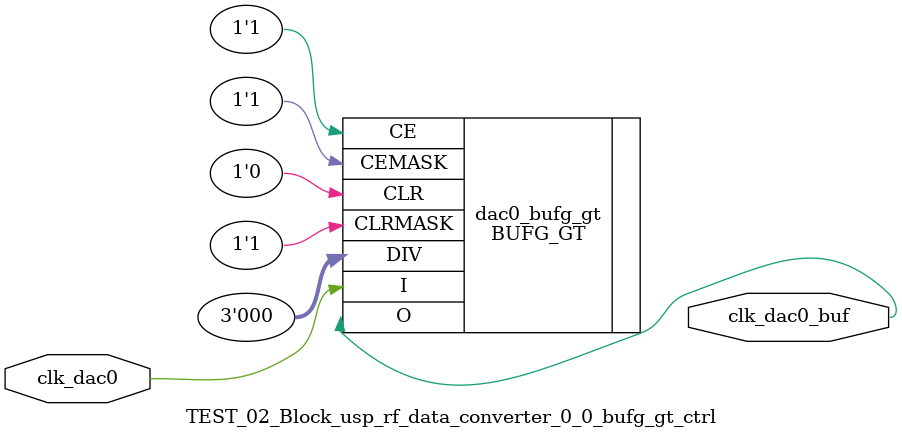
<source format=v>

`timescale 1ns / 1ps

(* DowngradeIPIdentifiedWarnings="yes" *)
module TEST_02_Block_usp_rf_data_converter_0_0_bufg_gt_ctrl (
  // DAC Fabric Feedback Clock for Tile 0
  input    clk_dac0,
  output   clk_dac0_buf
      
);

  BUFG_GT dac0_bufg_gt
  (
    .I       (clk_dac0),
    .CE      (1'b1),
    .CEMASK  (1'b1),
    .CLR     (1'b0),
    .CLRMASK (1'b1),
    .DIV     (3'b000),
    .O       (clk_dac0_buf)
  );  

 
endmodule

</source>
